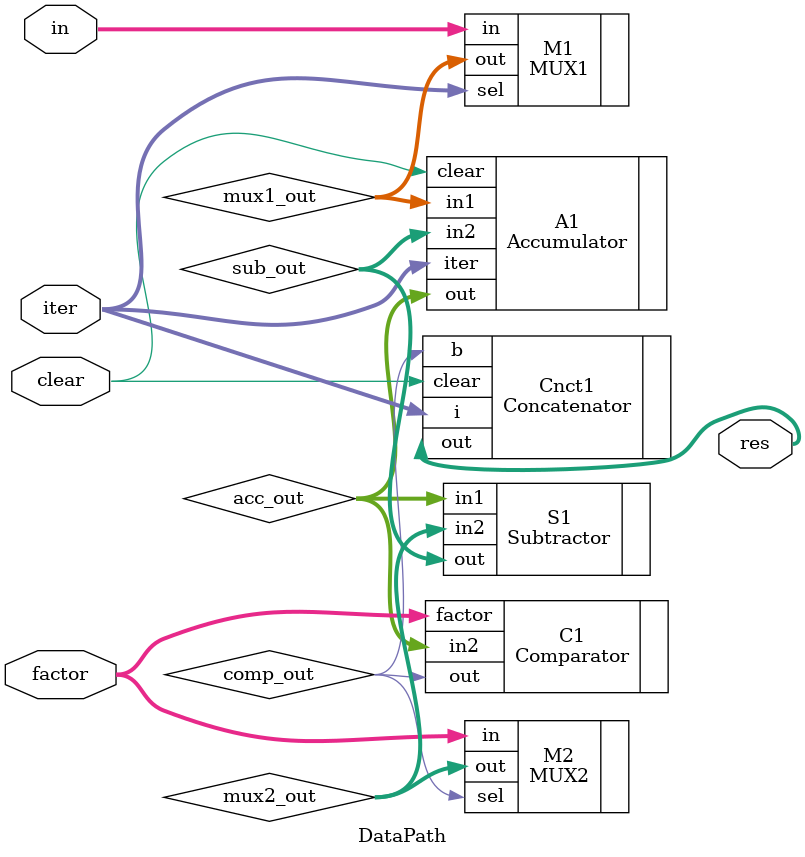
<source format=v>
`include "MUX1.v"
`include "Accumulator.v"
`include "Comparator.v"
`include "Subtractor.v"
`include "MUX2.v"
`include "Concatenator.v"

module DataPath(res, in, factor, iter, clear);

    input [31:0] in;
    input [32:0] factor;
    input [3:0] iter;
    input [0:0] clear;

    output [10:0] res;

    wire [2:0] mux1_out;
    wire [32:0] acc_out;
    wire comp_out;
    wire [32:0] mux2_out;
    wire [32:0] sub_out;

    MUX1 M1 (.out(mux1_out), .sel(iter), .in(in));
    Accumulator A1 (.out(acc_out), .in1(mux1_out), .in2(sub_out), .clear(clear), .iter(iter));
    Comparator C1 (.out(comp_out), .factor(factor), .in2(acc_out));
    MUX2 M2 (.out(mux2_out), .in(factor), .sel(comp_out));
    Subtractor S1 (.out(sub_out), .in1(acc_out), .in2(mux2_out));
    Concatenator Cnct1 (.out(res), .clear(clear), .i(iter), .b(comp_out));

endmodule
</source>
